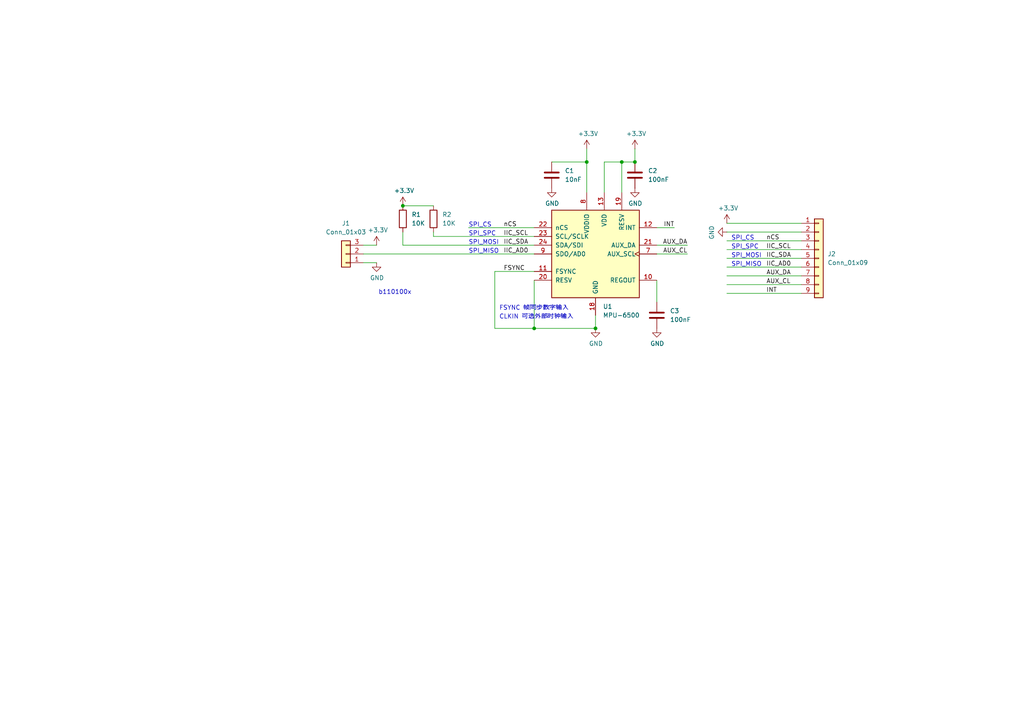
<source format=kicad_sch>
(kicad_sch (version 20250114) (generator "eeschema") (generator_version "9.0")
  (paper "A4")
  (lib_symbols
    (symbol "Connector_Generic:Conn_01x03" (pin_names (offset 1.016) (hide yes))
      (property "Reference" "J" (at 0 5.08 0))
      (property "Value" "Conn_01x03" (at 0 -5.08 0))
      (symbol "Conn_01x03_1_1"
        (rectangle (start -1.27 3.81) (end 1.27 -3.81) (stroke (width 0.254)) (fill (type background)))
        (rectangle (start -1.27 2.667) (end 0 2.413) (stroke (width 0.1524)))
        (rectangle (start -1.27 0.127) (end 0 -0.127) (stroke (width 0.1524)))
        (rectangle (start -1.27 -2.413) (end 0 -2.667) (stroke (width 0.1524)))
        (pin passive line (at -5.08 2.54 0) (length 3.81) (name "Pin_1") (number "1"))
        (pin passive line (at -5.08 0 0) (length 3.81) (name "Pin_2") (number "2"))
        (pin passive line (at -5.08 -2.54 0) (length 3.81) (name "Pin_3") (number "3"))
      )
    )
    (symbol "Connector_Generic:Conn_01x09" (pin_names (offset 1.016) (hide yes))
      (property "Reference" "J" (at 0 12.7 0))
      (property "Value" "Conn_01x09" (at 0 -12.7 0))
      (symbol "Conn_01x09_1_1"
        (rectangle (start -1.27 11.43) (end 1.27 -11.43) (stroke (width 0.254)) (fill (type background)))
        (rectangle (start -1.27 10.287) (end 0 10.033) (stroke (width 0.1524)))
        (rectangle (start -1.27 7.747) (end 0 7.493) (stroke (width 0.1524)))
        (rectangle (start -1.27 5.207) (end 0 4.953) (stroke (width 0.1524)))
        (rectangle (start -1.27 2.667) (end 0 2.413) (stroke (width 0.1524)))
        (rectangle (start -1.27 0.127) (end 0 -0.127) (stroke (width 0.1524)))
        (rectangle (start -1.27 -2.413) (end 0 -2.667) (stroke (width 0.1524)))
        (rectangle (start -1.27 -4.953) (end 0 -5.207) (stroke (width 0.1524)))
        (rectangle (start -1.27 -7.493) (end 0 -7.747) (stroke (width 0.1524)))
        (rectangle (start -1.27 -10.033) (end 0 -10.287) (stroke (width 0.1524)))
        (pin passive line (at -5.08 10.16 0) (length 3.81) (name "Pin_1") (number "1"))
        (pin passive line (at -5.08 7.62 0) (length 3.81) (name "Pin_2") (number "2"))
        (pin passive line (at -5.08 5.08 0) (length 3.81) (name "Pin_3") (number "3"))
        (pin passive line (at -5.08 2.54 0) (length 3.81) (name "Pin_4") (number "4"))
        (pin passive line (at -5.08 0 0) (length 3.81) (name "Pin_5") (number "5"))
        (pin passive line (at -5.08 -2.54 0) (length 3.81) (name "Pin_6") (number "6"))
        (pin passive line (at -5.08 -5.08 0) (length 3.81) (name "Pin_7") (number "7"))
        (pin passive line (at -5.08 -7.62 0) (length 3.81) (name "Pin_8") (number "8"))
        (pin passive line (at -5.08 -10.16 0) (length 3.81) (name "Pin_9") (number "9"))
      )
    )
    (symbol "MPU-6500_1" (pin_names (offset 1.016))
      (property "Reference" "U" (at -11.43 13.97 0))
      (property "Value" "MPU-6500" (at 7.62 -13.97 0))
      (symbol "MPU-6500_1_0_1"
        (rectangle (start -12.7 12.7) (end 12.7 -12.7) (stroke (width 0.254)) (fill (type background)))
      )
      (symbol "MPU-6500_1_1_1"
        (pin passive line (at -17.78 7.62 0) (length 5.08) (name "nCS") (number "22"))
        (pin input line (at -17.78 5.08 0) (length 5.08) (name "SCL/SCLK") (number "23"))
        (pin bidirectional line (at -17.78 2.54 0) (length 5.08) (name "SDA/SDI") (number "24"))
        (pin input line (at -17.78 0 0) (length 5.08) (name "SDO/AD0") (number "9"))
        (pin input line (at -17.78 -5.08 0) (length 5.08) (name "FSYNC") (number "11"))
        (pin passive line (at -17.78 -7.62 0) (length 5.08) (name "RESV") (number "20"))
        (pin passive line (at -2.54 17.78 270) (length 5.08) (name "VDDIO") (number "8"))
        (pin power_in line (at 0 -17.78 90) (length 5.08) (name "GND") (number "18"))
        (pin power_in line (at 0 -17.78 90) (length 5.08) (hide yes) (name "GND") (number "25"))
        (pin power_in line (at 2.54 17.78 270) (length 5.08) (name "VDD") (number "13"))
        (pin no_connect line (at 2.54 -5.08 0) (length 5.08) (hide yes) (name "NC") (number "1"))
        (pin no_connect line (at 2.54 -5.08 0) (length 5.08) (hide yes) (name "NC") (number "14"))
        (pin no_connect line (at 2.54 -5.08 0) (length 5.08) (hide yes) (name "NC") (number "15"))
        (pin no_connect line (at 2.54 -5.08 0) (length 5.08) (hide yes) (name "NC") (number "16"))
        (pin no_connect line (at 2.54 -5.08 0) (length 5.08) (hide yes) (name "NC") (number "17"))
        (pin no_connect line (at 2.54 -5.08 0) (length 5.08) (hide yes) (name "NC") (number "2"))
        (pin no_connect line (at 2.54 -5.08 0) (length 5.08) (hide yes) (name "NC") (number "3"))
        (pin no_connect line (at 2.54 -5.08 0) (length 5.08) (hide yes) (name "NC") (number "4"))
        (pin no_connect line (at 2.54 -5.08 0) (length 5.08) (hide yes) (name "NC") (number "5"))
        (pin no_connect line (at 2.54 -5.08 0) (length 5.08) (hide yes) (name "NC") (number "6"))
        (pin passive line (at 7.62 17.78 270) (length 5.08) (name "RESV") (number "19"))
        (pin output line (at 17.78 7.62 180) (length 5.08) (name "INT") (number "12"))
        (pin passive line (at 17.78 2.54 180) (length 5.08) (name "AUX_DA") (number "21"))
        (pin output clock (at 17.78 0 180) (length 5.08) (name "AUX_SCL") (number "7"))
        (pin passive line (at 17.78 -7.62 180) (length 5.08) (name "REGOUT") (number "10"))
      )
    )
    (symbol "PCM_Capacitor_AKL:C_1206" (pin_numbers (hide yes)) (pin_names (offset 0.254))
      (property "Reference" "C" (at 0.635 2.54 0))
      (property "Value" "C_1206" (at 0.635 -2.54 0))
      (symbol "C_1206_0_1"
        (polyline (pts (xy -2.032 0.762) (xy 2.032 0.762)) (stroke (width 0.508)))
        (polyline (pts (xy -2.032 -0.762) (xy 2.032 -0.762)) (stroke (width 0.508)))
      )
      (symbol "C_1206_0_2"
        (polyline (pts (xy -2.54 -2.54) (xy -0.381 -0.381)))
        (polyline (pts (xy -0.508 -0.508) (xy -1.651 0.635)) (stroke (width 0.508)))
        (polyline (pts (xy -0.508 -0.508) (xy 0.635 -1.651)) (stroke (width 0.508)))
        (polyline (pts (xy 0.381 0.381) (xy 2.54 2.54)))
        (polyline (pts (xy 0.508 0.508) (xy -0.635 1.651)) (stroke (width 0.508)))
        (polyline (pts (xy 0.508 0.508) (xy 1.651 -0.635)) (stroke (width 0.508)))
      )
      (symbol "C_1206_1_1"
        (pin passive line (at 0 3.81 270) (length 2.794) (name "~") (number "1"))
        (pin passive line (at 0 -3.81 90) (length 2.794) (name "~") (number "2"))
      )
      (symbol "C_1206_1_2"
        (pin passive line (at -2.54 -2.54 90) (length 0) (name "~") (number "2"))
        (pin passive line (at 2.54 2.54 270) (length 0) (name "~") (number "1"))
      )
    )
    (symbol "PCM_Resistor_AKL:R_1206" (pin_numbers (hide yes)) (pin_names (offset 0))
      (property "Reference" "R" (at 2.54 1.27 0))
      (property "Value" "R_1206" (at 2.54 -1.27 0))
      (symbol "R_1206_0_1"
        (rectangle (start -1.016 2.54) (end 1.016 -2.54) (stroke (width 0.254)))
      )
      (symbol "R_1206_0_2"
        (polyline (pts (xy -2.54 -2.54) (xy -1.524 -1.524)))
        (polyline (pts (xy 1.524 1.524) (xy 2.54 2.54)))
        (polyline (pts (xy 1.524 1.524) (xy 0.889 2.159) (xy -2.159 -0.889) (xy -0.889 -2.159) (xy 2.159 0.889) (xy 1.524 1.524)) (stroke (width 0.254)))
      )
      (symbol "R_1206_1_1"
        (pin passive line (at 0 3.81 270) (length 1.27) (name "~") (number "1"))
        (pin passive line (at 0 -3.81 90) (length 1.27) (name "~") (number "2"))
      )
      (symbol "R_1206_1_2"
        (pin passive line (at -2.54 -2.54 0) (length 0) (name "") (number "2"))
        (pin passive line (at 2.54 2.54 180) (length 0) (name "") (number "1"))
      )
    )
    (symbol "power:+3.3V" (power) (pin_numbers (hide yes)) (pin_names (offset 0) (hide yes))
      (property "Value" "+3.3V" (at 0 3.556 0))
      (symbol "+3.3V_0_1"
        (polyline (pts (xy -0.762 1.27) (xy 0 2.54)))
        (polyline (pts (xy 0 2.54) (xy 0.762 1.27)))
        (polyline (pts (xy 0 0) (xy 0 2.54)))
      )
      (symbol "+3.3V_1_1"
        (pin power_in line (at 0 0 90) (length 0) (name "~") (number "1"))
      )
    )
    (symbol "power:GND" (power) (pin_numbers (hide yes)) (pin_names (offset 0) (hide yes))
      (property "Value" "GND" (at 0 -3.81 0))
      (symbol "GND_0_1"
        (polyline (pts (xy 0 0) (xy 0 -1.27) (xy 1.27 -1.27) (xy 0 -2.54) (xy -1.27 -1.27) (xy 0 -1.27)))
      )
      (symbol "GND_1_1"
        (pin power_in line (at 0 0 270) (length 0) (name "~") (number "1"))
      )
    )
  )
  (text "SPI_MOSI" (at 212.09 74.93 0) (effects (font (size 1.27 1.27)) (justify left bottom)))
  (text "b110100x" (at 114.554 84.836 0) (effects (font (size 1.27 1.27))))
  (text "SPI_MISO" (at 135.89 73.66 0) (effects (font (size 1.27 1.27)) (justify left bottom)))
  (text "SPI_CS" (at 135.89 66.04 0) (effects (font (size 1.27 1.27)) (justify left bottom)))
  (text "SPI_MOSI" (at 135.89 71.12 0) (effects (font (size 1.27 1.27)) (justify left bottom)))
  (text "SPI_CS" (at 212.09 69.85 0) (effects (font (size 1.27 1.27)) (justify left bottom)))
  (text "CLKIN 可选外部时钟输入" (at 144.78 92.71 0) (effects (font (size 1.27 1.27)) (justify left bottom)))
  (text "SPI_SPC" (at 135.89 68.58 0) (effects (font (size 1.27 1.27)) (justify left bottom)))
  (text "FSYNC 帧同步数字输入" (at 144.78 90.17 0) (effects (font (size 1.27 1.27)) (justify left bottom)))
  (text "SPI_MISO" (at 212.09 77.47 0) (effects (font (size 1.27 1.27)) (justify left bottom)))
  (text "SPI_SPC" (at 212.09 72.39 0) (effects (font (size 1.27 1.27)) (justify left bottom)))
  (junction (at 170.18 46.99))
  (junction (at 154.94 95.25))
  (junction (at 180.34 46.99))
  (junction (at 172.72 95.25))
  (junction (at 116.84 59.69))
  (junction (at 184.15 46.99))
  (wire (pts (xy 143.51 78.74) (xy 154.94 78.74)))
  (wire (pts (xy 175.26 55.88) (xy 175.26 46.99)))
  (wire (pts (xy 210.82 64.77) (xy 232.41 64.77)))
  (wire (pts (xy 105.41 76.2) (xy 109.22 76.2)))
  (wire (pts (xy 190.5 73.66) (xy 199.39 73.66)))
  (wire (pts (xy 172.72 91.44) (xy 172.72 95.25)))
  (wire (pts (xy 190.5 71.12) (xy 199.39 71.12)))
  (wire (pts (xy 210.82 85.09) (xy 232.41 85.09)))
  (wire (pts (xy 184.15 43.18) (xy 184.15 46.99)))
  (wire (pts (xy 125.73 68.58) (xy 154.94 68.58)))
  (wire (pts (xy 135.89 66.04) (xy 154.94 66.04)))
  (wire (pts (xy 210.82 77.47) (xy 232.41 77.47)))
  (wire (pts (xy 105.41 71.12) (xy 109.22 71.12)))
  (wire (pts (xy 180.34 46.99) (xy 184.15 46.99)))
  (wire (pts (xy 190.5 66.04) (xy 195.58 66.04)))
  (wire (pts (xy 210.82 74.93) (xy 232.41 74.93)))
  (wire (pts (xy 154.94 81.28) (xy 154.94 95.25)))
  (wire (pts (xy 210.82 80.01) (xy 232.41 80.01)))
  (wire (pts (xy 170.18 43.18) (xy 170.18 46.99)))
  (wire (pts (xy 116.84 71.12) (xy 154.94 71.12)))
  (wire (pts (xy 190.5 87.63) (xy 190.5 81.28)))
  (wire (pts (xy 160.02 46.99) (xy 170.18 46.99)))
  (wire (pts (xy 210.82 72.39) (xy 232.41 72.39)))
  (wire (pts (xy 116.84 59.69) (xy 125.73 59.69)))
  (wire (pts (xy 210.82 69.85) (xy 232.41 69.85)))
  (wire (pts (xy 175.26 46.99) (xy 180.34 46.99)))
  (wire (pts (xy 116.84 71.12) (xy 116.84 67.31)))
  (wire (pts (xy 170.18 46.99) (xy 170.18 55.88)))
  (wire (pts (xy 105.41 73.66) (xy 154.94 73.66)))
  (wire (pts (xy 154.94 95.25) (xy 172.72 95.25)))
  (wire (pts (xy 143.51 78.74) (xy 143.51 95.25)))
  (wire (pts (xy 210.82 67.31) (xy 232.41 67.31)))
  (wire (pts (xy 143.51 95.25) (xy 154.94 95.25)))
  (wire (pts (xy 125.73 67.31) (xy 125.73 68.58)))
  (wire (pts (xy 210.82 82.55) (xy 232.41 82.55)))
  (wire (pts (xy 180.34 46.99) (xy 180.34 55.88)))
  (label "IIC_AD0" (at 146.05 73.66 0))
  (label "INT" (at 222.25 85.09 0))
  (label "IIC_SDA" (at 222.25 74.93 0))
  (label "nCS" (at 222.25 69.85 0))
  (label "IIC_AD0" (at 222.25 77.47 0))
  (label "AUX_CL" (at 222.25 82.55 0))
  (label "IIC_SDA" (at 146.05 71.12 0))
  (label "INT" (at 195.58 66.04 180))
  (label "AUX_DA" (at 222.25 80.01 0))
  (label "AUX_CL" (at 199.39 73.66 180))
  (label "IIC_SCL" (at 222.25 72.39 0))
  (label "AUX_DA" (at 199.39 71.12 180))
  (label "FSYNC" (at 146.05 78.74 0))
  (label "nCS" (at 146.05 66.04 0))
  (label "IIC_SCL" (at 146.05 68.58 0))
  (symbol (lib_id "power:+3.3V") (at 116.84 59.69 0) (unit 1)
    (property "Reference" "#PWR03" (effects (hide yes)))
    (property "Value" "+3.3V" (at 117.221 55.2958 0))
    (property "Description" "Power symbol creates a global label with name \"+3.3V\"" (effects (hide yes)))
  )
  (symbol (lib_id "power:+3.3V") (at 170.18 43.18 0) (unit 1)
    (property "Reference" "#PWR05" (effects (hide yes)))
    (property "Value" "+3.3V" (at 170.561 38.7858 0))
    (property "Description" "Power symbol creates a global label with name \"+3.3V\"" (effects (hide yes)))
  )
  (symbol (lib_id "power:GND") (at 172.72 95.25 0) (unit 1)
    (property "Reference" "#PWR06" (effects (hide yes)))
    (property "Value" "GND" (at 172.847 99.6442 0))
    (property "Description" "Power symbol creates a global label with name \"GND\" , ground" (effects (hide yes)))
  )
  (symbol (lib_id "PCM_Resistor_AKL:R_1206") (at 116.84 63.5 0) (unit 1)
    (property "Reference" "R1" (at 119.38 62.2299 0) (effects (justify left)))
    (property "Value" "10K" (at 119.38 64.7699 0) (effects (justify left)))
    (property "Footprint" "PCM_Resistor_SMD_AKL:R_1206_3216Metric" (effects (hide yes)))
    (property "Description" "SMD 1206 Chip Resistor, European Symbol, Alternate KiCad Library" (effects (hide yes)))
  )
  (symbol (lib_id "power:GND") (at 109.22 76.2 0) (unit 1)
    (property "Reference" "#PWR02" (effects (hide yes)))
    (property "Value" "GND" (at 109.347 80.5942 0))
    (property "Description" "Power symbol creates a global label with name \"GND\" , ground" (effects (hide yes)))
  )
  (symbol (lib_id "PCM_Capacitor_AKL:C_1206") (at 184.15 50.8 0) (unit 1)
    (property "Reference" "C2" (at 187.96 49.5299 0) (effects (justify left)))
    (property "Value" "100nF" (at 187.96 52.0699 0) (effects (justify left)))
    (property "Footprint" "PCM_Capacitor_SMD_AKL:C_1206_3216Metric" (effects (hide yes)))
    (property "Description" "SMD 1206 MLCC capacitor, Alternate KiCad Library" (effects (hide yes)))
  )
  (symbol (lib_id "power:+3.3V") (at 109.22 71.12 0) (unit 1)
    (property "Reference" "#PWR01" (effects (hide yes)))
    (property "Value" "+3.3V" (at 109.601 66.7258 0))
    (property "Description" "Power symbol creates a global label with name \"+3.3V\"" (effects (hide yes)))
  )
  (symbol (lib_id "power:GND") (at 190.5 95.25 0) (unit 1)
    (property "Reference" "#PWR09" (effects (hide yes)))
    (property "Value" "GND" (at 190.627 99.6442 0))
    (property "Description" "Power symbol creates a global label with name \"GND\" , ground" (effects (hide yes)))
  )
  (symbol (lib_id "power:GND") (at 160.02 54.61 0) (unit 1)
    (property "Reference" "#PWR04" (effects (hide yes)))
    (property "Value" "GND" (at 160.147 59.0042 0))
    (property "Description" "Power symbol creates a global label with name \"GND\" , ground" (effects (hide yes)))
  )
  (symbol (lib_id "power:GND") (at 210.82 67.31 270) (unit 1)
    (property "Reference" "#PWR011" (effects (hide yes)))
    (property "Value" "GND" (at 206.4258 67.437 0))
    (property "Description" "Power symbol creates a global label with name \"GND\" , ground" (effects (hide yes)))
  )
  (symbol (lib_id "Connector_Generic:Conn_01x09") (at 237.49 74.93 0) (unit 1)
    (property "Reference" "J2" (at 240.03 73.6599 0) (effects (justify left)))
    (property "Value" "Conn_01x09" (at 240.03 76.1999 0) (effects (justify left)))
    (property "Footprint" "Connector_PinHeader_2.54mm:PinHeader_1x09_P2.54mm_Vertical" (effects (hide yes)))
    (property "Description" "Generic connector, single row, 01x09, script generated (kicad-library-utils/schlib/autogen/connector/)" (effects (hide yes)))
  )
  (symbol (lib_id "PCM_Capacitor_AKL:C_1206") (at 160.02 50.8 0) (unit 1)
    (property "Reference" "C1" (at 163.83 49.5299 0) (effects (justify left)))
    (property "Value" "10nF" (at 163.83 52.0699 0) (effects (justify left)))
    (property "Footprint" "PCM_Capacitor_SMD_AKL:C_1206_3216Metric" (effects (hide yes)))
    (property "Description" "SMD 1206 MLCC capacitor, Alternate KiCad Library" (effects (hide yes)))
  )
  (symbol (lib_id "power:GND") (at 184.15 54.61 0) (unit 1)
    (property "Reference" "#PWR08" (effects (hide yes)))
    (property "Value" "GND" (at 184.277 59.0042 0))
    (property "Description" "Power symbol creates a global label with name \"GND\" , ground" (effects (hide yes)))
  )
  (symbol (lib_id "power:+3.3V") (at 184.15 43.18 0) (unit 1)
    (property "Reference" "#PWR07" (effects (hide yes)))
    (property "Value" "+3.3V" (at 184.531 38.7858 0))
    (property "Description" "Power symbol creates a global label with name \"+3.3V\"" (effects (hide yes)))
  )
  (symbol (lib_name "MPU-6500_1") (lib_id "Library:MPU-6500") (at 172.72 73.66 0) (unit 1)
    (property "Reference" "U1" (at 174.8633 88.9 0) (effects (justify left)))
    (property "Value" "MPU-6500" (at 174.8633 91.44 0) (effects (justify left)))
    (property "Footprint" "Library:QFN-24-1EP_3x3mm_P0.4mm_EP1.75x1.6mm_ThermalVias" (effects (hide yes)))
    (property "Datasheet" "https://www.jlc-smt.com/lcsc/detail?componentCode=C24112" (effects (hide yes)))
    (property "Description" "姿态传感器/陀螺仪" (effects (hide yes)))
  )
  (symbol (lib_id "Connector_Generic:Conn_01x03") (at 100.33 73.66 180) (unit 1)
    (property "Reference" "J1" (at 100.33 64.77 0))
    (property "Value" "Conn_01x03" (at 100.33 67.31 0))
    (property "Footprint" "Connector_PinHeader_2.54mm:PinHeader_1x03_P2.54mm_Vertical" (effects (hide yes)))
    (property "Description" "Generic connector, single row, 01x03, script generated (kicad-library-utils/schlib/autogen/connector/)" (effects (hide yes)))
  )
  (symbol (lib_id "PCM_Capacitor_AKL:C_1206") (at 190.5 91.44 180) (unit 1)
    (property "Reference" "C3" (at 194.31 90.1699 0) (effects (justify right)))
    (property "Value" "100nF" (at 194.31 92.7099 0) (effects (justify right)))
    (property "Footprint" "PCM_Capacitor_SMD_AKL:C_1206_3216Metric" (effects (hide yes)))
    (property "Description" "SMD 1206 MLCC capacitor, Alternate KiCad Library" (effects (hide yes)))
  )
  (symbol (lib_id "PCM_Resistor_AKL:R_1206") (at 125.73 63.5 0) (unit 1)
    (property "Reference" "R2" (at 128.27 62.2299 0) (effects (justify left)))
    (property "Value" "10K" (at 128.27 64.7699 0) (effects (justify left)))
    (property "Footprint" "PCM_Resistor_SMD_AKL:R_1206_3216Metric" (effects (hide yes)))
    (property "Description" "SMD 1206 Chip Resistor, European Symbol, Alternate KiCad Library" (effects (hide yes)))
  )
  (symbol (lib_id "power:+3.3V") (at 210.82 64.77 0) (unit 1)
    (property "Reference" "#PWR010" (effects (hide yes)))
    (property "Value" "+3.3V" (at 211.201 60.3758 0))
    (property "Description" "Power symbol creates a global label with name \"+3.3V\"" (effects (hide yes)))
  )
)
</source>
